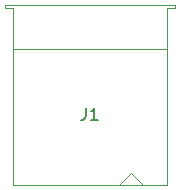
<source format=gbr>
G04 #@! TF.GenerationSoftware,KiCad,Pcbnew,(6.0.6)*
G04 #@! TF.CreationDate,2022-07-10T20:54:54+03:00*
G04 #@! TF.ProjectId,Keyboard-60,4b657962-6f61-4726-942d-3630252e6b69,rev?*
G04 #@! TF.SameCoordinates,Original*
G04 #@! TF.FileFunction,AssemblyDrawing,Top*
%FSLAX46Y46*%
G04 Gerber Fmt 4.6, Leading zero omitted, Abs format (unit mm)*
G04 Created by KiCad (PCBNEW (6.0.6)) date 2022-07-10 20:54:54*
%MOMM*%
%LPD*%
G01*
G04 APERTURE LIST*
%ADD10C,0.150000*%
%ADD11C,0.100000*%
G04 APERTURE END LIST*
D10*
X195405416Y-59754630D02*
X195405416Y-60468916D01*
X195357797Y-60611773D01*
X195262559Y-60707011D01*
X195119702Y-60754630D01*
X195024464Y-60754630D01*
X196405416Y-60754630D02*
X195833988Y-60754630D01*
X196119702Y-60754630D02*
X196119702Y-59754630D01*
X196024464Y-59897488D01*
X195929226Y-59992726D01*
X195833988Y-60040345D01*
D11*
X188538750Y-51012250D02*
X188538750Y-51312250D01*
X202288750Y-66272250D02*
X189188750Y-66272250D01*
X202938750Y-51012250D02*
X188538750Y-51012250D01*
X199238750Y-65272250D02*
X198238750Y-66272250D01*
X200238750Y-66272250D02*
X199238750Y-65272250D01*
X202288750Y-51312250D02*
X202288750Y-66272250D01*
X202288750Y-54732250D02*
X189188750Y-54732250D01*
X188538750Y-51312250D02*
X189188750Y-51312250D01*
X189188750Y-66272250D02*
X189188750Y-51312250D01*
X202938750Y-51312250D02*
X202938750Y-51012250D01*
X202288750Y-51312250D02*
X202938750Y-51312250D01*
M02*

</source>
